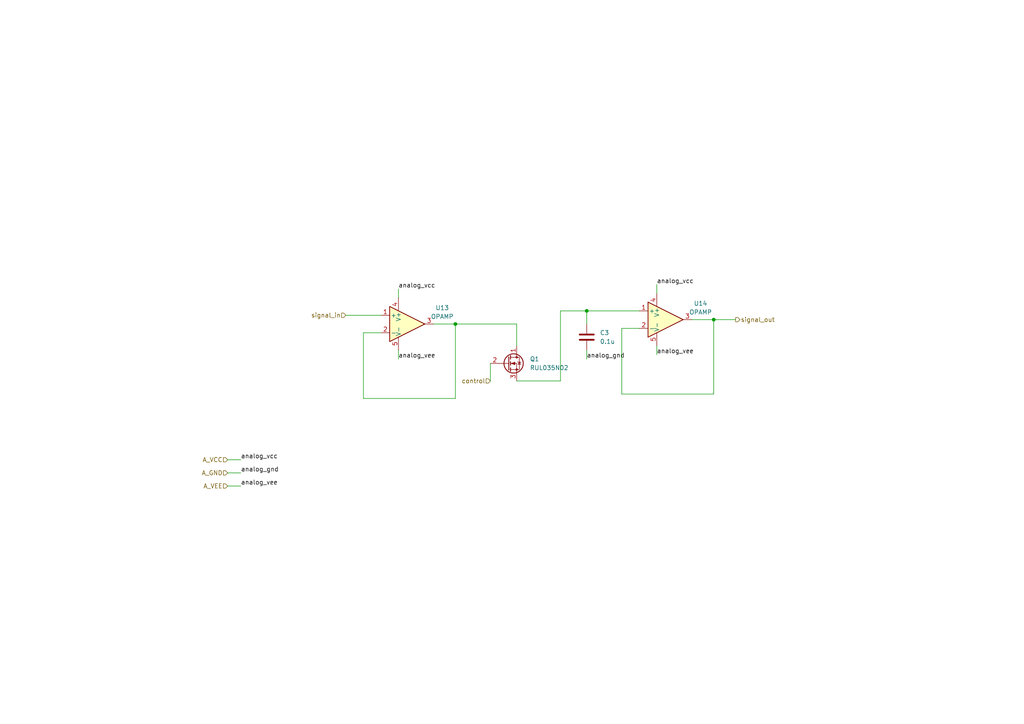
<source format=kicad_sch>
(kicad_sch (version 20230121) (generator eeschema)
  (paper "A4")
  (lib_symbols
    (symbol "Device:C" (pin_numbers hide) (pin_names (offset 0.254))
      (property "Reference" "C" (at 0.635 2.54 0))
      (property "Value" "C" (at 0.635 -2.54 0))
      (symbol "C_0_1"
        (polyline (pts (xy -2.032 -0.762) (xy 2.032 -0.762)) (stroke (width 0.508)))
        (polyline (pts (xy -2.032 0.762) (xy 2.032 0.762)) (stroke (width 0.508)))
      )
      (symbol "C_1_1"
        (pin passive line (at 0 3.81 270) (length 2.794) (name "~") (number "1"))
        (pin passive line (at 0 -3.81 90) (length 2.794) (name "~") (number "2"))
      )
    )
    (symbol "Device:Q_NMOS_DGS" (pin_names (offset 0) hide)
      (property "Reference" "Q" (at 5.08 1.27 0))
      (property "Value" "Q_NMOS_DGS" (at 5.08 -1.27 0))
      (symbol "Q_NMOS_DGS_0_1"
        (polyline (pts (xy 0.254 0) (xy -2.54 0)))
        (polyline (pts (xy 0.254 1.905) (xy 0.254 -1.905)) (stroke (width 0.254)))
        (polyline (pts (xy 0.762 -1.27) (xy 0.762 -2.286)) (stroke (width 0.254)))
        (polyline (pts (xy 0.762 0.508) (xy 0.762 -0.508)) (stroke (width 0.254)))
        (polyline (pts (xy 0.762 2.286) (xy 0.762 1.27)) (stroke (width 0.254)))
        (polyline (pts (xy 2.54 2.54) (xy 2.54 1.778)))
        (polyline (pts (xy 2.54 -2.54) (xy 2.54 0) (xy 0.762 0)))
        (polyline (pts (xy 0.762 -1.778) (xy 3.302 -1.778) (xy 3.302 1.778) (xy 0.762 1.778)))
        (polyline (pts (xy 1.016 0) (xy 2.032 0.381) (xy 2.032 -0.381) (xy 1.016 0)) (fill (type outline)))
        (polyline (pts (xy 2.794 0.508) (xy 2.921 0.381) (xy 3.683 0.381) (xy 3.81 0.254)))
        (polyline (pts (xy 3.302 0.381) (xy 2.921 -0.254) (xy 3.683 -0.254) (xy 3.302 0.381)))
        (circle (center 1.651 0) (radius 2.794) (stroke (width 0.254)))
        (circle (center 2.54 -1.778) (radius 0.254) (fill (type outline)))
        (circle (center 2.54 1.778) (radius 0.254) (fill (type outline)))
      )
      (symbol "Q_NMOS_DGS_1_1"
        (pin passive line (at 2.54 5.08 270) (length 2.54) (name "D") (number "1"))
        (pin input line (at -5.08 0 0) (length 2.54) (name "G") (number "2"))
        (pin passive line (at 2.54 -5.08 90) (length 2.54) (name "S") (number "3"))
      )
    )
    (symbol "Simulation_SPICE:OPAMP" (pin_names (offset 0.254))
      (property "Reference" "U" (at 3.81 3.175 0))
      (property "Value" "OPAMP" (at 3.81 -3.175 0))
      (symbol "OPAMP_0_1"
        (polyline (pts (xy 5.08 0) (xy -5.08 5.08) (xy -5.08 -5.08) (xy 5.08 0)) (stroke (width 0.254)) (fill (type background)))
      )
      (symbol "OPAMP_1_1"
        (pin input line (at -7.62 2.54 0) (length 2.54) (name "+") (number "1"))
        (pin input line (at -7.62 -2.54 0) (length 2.54) (name "-") (number "2"))
        (pin output line (at 7.62 0 180) (length 2.54) (name "~") (number "3"))
        (pin power_in line (at -2.54 7.62 270) (length 3.81) (name "V+") (number "4"))
        (pin power_in line (at -2.54 -7.62 90) (length 3.81) (name "V-") (number "5"))
      )
    )
  )
  (junction (at 207.01 92.71))
  (junction (at 132.08 93.98))
  (junction (at 170.18 90.17))
  (wire (pts (xy 170.18 90.17) (xy 185.42 90.17)))
  (wire (pts (xy 180.34 95.25) (xy 185.42 95.25)))
  (wire (pts (xy 115.57 101.6) (xy 115.57 104.14)))
  (wire (pts (xy 207.01 92.71) (xy 213.36 92.71)))
  (wire (pts (xy 100.33 91.44) (xy 110.49 91.44)))
  (wire (pts (xy 149.86 93.98) (xy 132.08 93.98)))
  (wire (pts (xy 115.57 83.82) (xy 115.57 86.36)))
  (wire (pts (xy 170.18 93.98) (xy 170.18 90.17)))
  (wire (pts (xy 190.5 82.55) (xy 190.5 85.09)))
  (wire (pts (xy 66.04 133.35) (xy 69.85 133.35)))
  (wire (pts (xy 170.18 101.6) (xy 170.18 104.14)))
  (wire (pts (xy 149.86 100.33) (xy 149.86 93.98)))
  (wire (pts (xy 142.24 105.41) (xy 142.24 110.49)))
  (wire (pts (xy 66.04 137.16) (xy 69.85 137.16)))
  (wire (pts (xy 200.66 92.71) (xy 207.01 92.71)))
  (wire (pts (xy 132.08 93.98) (xy 132.08 115.57)))
  (wire (pts (xy 132.08 115.57) (xy 105.41 115.57)))
  (wire (pts (xy 149.86 110.49) (xy 162.56 110.49)))
  (wire (pts (xy 207.01 92.71) (xy 207.01 114.3)))
  (wire (pts (xy 180.34 114.3) (xy 180.34 95.25)))
  (wire (pts (xy 162.56 90.17) (xy 170.18 90.17)))
  (wire (pts (xy 207.01 114.3) (xy 180.34 114.3)))
  (wire (pts (xy 105.41 115.57) (xy 105.41 96.52)))
  (wire (pts (xy 66.04 140.97) (xy 69.85 140.97)))
  (wire (pts (xy 162.56 110.49) (xy 162.56 90.17)))
  (wire (pts (xy 105.41 96.52) (xy 110.49 96.52)))
  (wire (pts (xy 190.5 100.33) (xy 190.5 102.87)))
  (wire (pts (xy 125.73 93.98) (xy 132.08 93.98)))
  (label "analog_vcc" (at 115.57 83.82 0))
  (label "analog_vee" (at 115.57 104.14 0))
  (label "analog_gnd" (at 170.18 104.14 0))
  (label "analog_vee" (at 69.85 140.97 0))
  (label "analog_vcc" (at 190.5 82.55 0))
  (label "analog_vee" (at 190.5 102.87 0))
  (label "analog_gnd" (at 69.85 137.16 0))
  (label "analog_vcc" (at 69.85 133.35 0))
  (hierarchical_label "signal_in" (shape input) (at 100.33 91.44 180))
  (hierarchical_label "A_VEE" (shape input) (at 66.04 140.97 180))
  (hierarchical_label "A_GND" (shape input) (at 66.04 137.16 180))
  (hierarchical_label "signal_out" (shape output) (at 213.36 92.71 0))
  (hierarchical_label "A_VCC" (shape input) (at 66.04 133.35 180))
  (hierarchical_label "control" (shape input) (at 142.24 110.49 180))
  (symbol (lib_id "Simulation_SPICE:OPAMP") (at 193.04 92.71 0) (unit 1)
    (property "Reference" "U14" (at 203.2 88.011 0))
    (property "Value" "OPAMP" (at 203.2 90.551 0))
    (property "Sim.Device" "SPICE" (effects hide))
    (property "Sim.Params" "type=\"X\" model=\"AD8031\" lib=\"/home/pab/Inventions/analog-circuit-game-console/ms-circuit-video-games/spice-models/ad8031.mod\"" (effects hide))
    (property "Sim.Pins" "1=1 2=2 4=3 5=4 3=5" (effects hide))
    (instances (project "switched-tag-circuit-kicad" (path "" (reference "U14") (unit 1)) (path "" (reference "U16") (unit 1))))
  )
  (symbol (lib_id "Simulation_SPICE:OPAMP") (at 118.11 93.98 0) (unit 1)
    (property "Reference" "U13" (at 128.27 89.281 0))
    (property "Value" "OPAMP" (at 128.27 91.821 0))
    (property "Sim.Device" "SPICE" (effects hide))
    (property "Sim.Params" "type=\"X\" model=\"AD8031\" lib=\"/home/pab/Inventions/analog-circuit-game-console/ms-circuit-video-games/spice-models/ad8031.mod\"" (effects hide))
    (property "Sim.Pins" "1=1 2=2 4=3 5=4 3=5" (effects hide))
    (instances (project "switched-tag-circuit-kicad" (path "" (reference "U13") (unit 1)) (path "" (reference "U15") (unit 1))))
  )
  (symbol (lib_id "Device:Q_NMOS_DGS") (at 147.32 105.41 0) (unit 1)
    (property "Reference" "Q1" (at 153.67 104.1399 0) (effects (justify left)))
    (property "Value" "RUL035N02" (at 153.67 106.6799 0) (effects (justify left)))
    (property "Sim.Library" "../../../../../spice-models/rul035n02.lib" (effects hide))
    (property "Sim.Name" "RUL035N02" (effects hide))
    (property "Sim.Pins" "1=1 2=2 3=3" (effects hide))
    (instances (project "switched-tag-circuit-kicad" (path "" (reference "Q1") (unit 1)) (path "" (reference "Q2") (unit 1))))
  )
  (symbol (lib_id "Device:C") (at 170.18 97.79 0) (unit 1)
    (property "Reference" "C3" (at 173.99 96.5199 0) (effects (justify left)))
    (property "Value" "0.1u" (at 173.99 99.0599 0) (effects (justify left)))
    (instances (project "switched-tag-circuit-kicad" (path "" (reference "C3") (unit 1)) (path "" (reference "C4") (unit 1))))
  )
)
</source>
